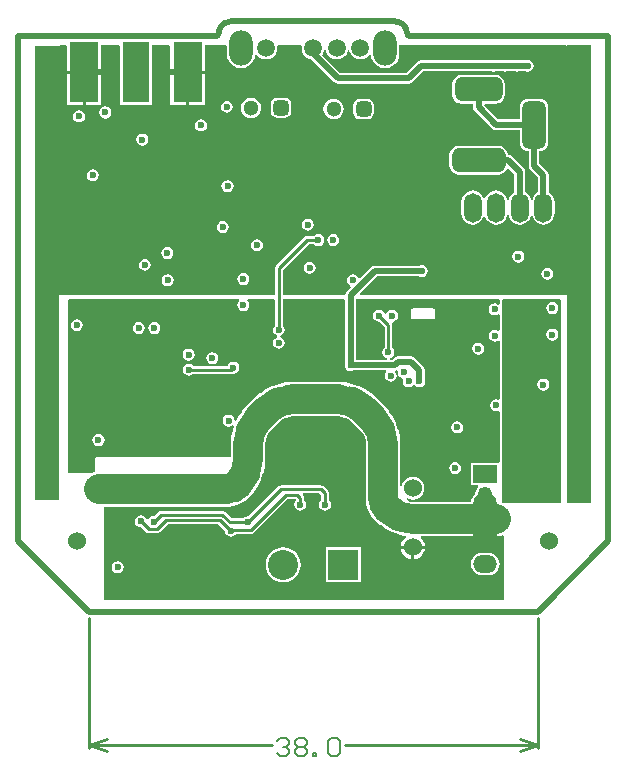
<source format=gbl>
G04*
G04 #@! TF.GenerationSoftware,Altium Limited,CircuitStudio,1.5.2 (1.5.2.30)*
G04*
G04 Layer_Physical_Order=4*
G04 Layer_Color=12500520*
%FSLAX44Y44*%
%MOMM*%
G71*
G01*
G75*
%ADD12R,2.4130X5.0800*%
%ADD33C,0.2540*%
%ADD34C,0.5000*%
%ADD36C,2.5000*%
%ADD37O,1.5000X2.5000*%
%ADD38C,1.5240*%
%ADD39C,1.3000*%
G04:AMPARAMS|DCode=40|XSize=1.3mm|YSize=1.3mm|CornerRadius=0.325mm|HoleSize=0mm|Usage=FLASHONLY|Rotation=180.000|XOffset=0mm|YOffset=0mm|HoleType=Round|Shape=RoundedRectangle|*
%AMROUNDEDRECTD40*
21,1,1.3000,0.6500,0,0,180.0*
21,1,0.6500,1.3000,0,0,180.0*
1,1,0.6500,-0.3250,0.3250*
1,1,0.6500,0.3250,0.3250*
1,1,0.6500,0.3250,-0.3250*
1,1,0.6500,-0.3250,-0.3250*
%
%ADD40ROUNDEDRECTD40*%
G04:AMPARAMS|DCode=41|XSize=2mm|YSize=4mm|CornerRadius=0.5mm|HoleSize=0mm|Usage=FLASHONLY|Rotation=90.000|XOffset=0mm|YOffset=0mm|HoleType=Round|Shape=RoundedRectangle|*
%AMROUNDEDRECTD41*
21,1,2.0000,3.0000,0,0,90.0*
21,1,1.0000,4.0000,0,0,90.0*
1,1,1.0000,1.5000,0.5000*
1,1,1.0000,1.5000,-0.5000*
1,1,1.0000,-1.5000,-0.5000*
1,1,1.0000,-1.5000,0.5000*
%
%ADD41ROUNDEDRECTD41*%
G04:AMPARAMS|DCode=42|XSize=2mm|YSize=4.5mm|CornerRadius=0.5mm|HoleSize=0mm|Usage=FLASHONLY|Rotation=270.000|XOffset=0mm|YOffset=0mm|HoleType=Round|Shape=RoundedRectangle|*
%AMROUNDEDRECTD42*
21,1,2.0000,3.5000,0,0,270.0*
21,1,1.0000,4.5000,0,0,270.0*
1,1,1.0000,-1.7500,-0.5000*
1,1,1.0000,-1.7500,0.5000*
1,1,1.0000,1.7500,0.5000*
1,1,1.0000,1.7500,-0.5000*
%
%ADD42ROUNDEDRECTD42*%
G04:AMPARAMS|DCode=43|XSize=2mm|YSize=4mm|CornerRadius=0.5mm|HoleSize=0mm|Usage=FLASHONLY|Rotation=180.000|XOffset=0mm|YOffset=0mm|HoleType=Round|Shape=RoundedRectangle|*
%AMROUNDEDRECTD43*
21,1,2.0000,3.0000,0,0,180.0*
21,1,1.0000,4.0000,0,0,180.0*
1,1,1.0000,-0.5000,1.5000*
1,1,1.0000,0.5000,1.5000*
1,1,1.0000,0.5000,-1.5000*
1,1,1.0000,-0.5000,-1.5000*
%
%ADD43ROUNDEDRECTD43*%
%ADD44C,1.5000*%
%ADD45O,2.0000X3.0000*%
%ADD46R,2.5400X2.5400*%
%ADD47C,2.5400*%
%ADD48O,2.0000X1.5000*%
%ADD49C,2.0000*%
%ADD50R,2.0000X1.5000*%
%ADD51C,0.6000*%
%ADD52C,1.2500*%
%ADD53R,2.2860X5.0800*%
%ADD54C,0.1524*%
%ADD55R,2.0000X38.7500*%
%ADD56R,2.0000X38.5000*%
G36*
X453595Y515807D02*
X453597Y515807D01*
X453600Y515807D01*
X453862Y515859D01*
X456759Y515574D01*
X459798Y514652D01*
X462598Y513156D01*
X465123Y511083D01*
X472424Y503659D01*
X472431Y503654D01*
X472436Y503647D01*
X472659Y503498D01*
X474505Y501248D01*
X476002Y498448D01*
X476924Y495410D01*
X477244Y492152D01*
X477158Y447369D01*
X477123Y447302D01*
X477093Y447004D01*
X477035Y446711D01*
X477055Y446611D01*
X477045Y446511D01*
X477531Y441570D01*
X477590Y441378D01*
X477609Y441178D01*
X479050Y436427D01*
X479145Y436250D01*
X479203Y436058D01*
X481544Y431679D01*
X481671Y431524D01*
X481766Y431347D01*
X484916Y427509D01*
X484994Y427445D01*
X485050Y427360D01*
X485209Y427254D01*
X489422Y423559D01*
X489539Y423492D01*
X489634Y423397D01*
X494338Y420253D01*
X494463Y420202D01*
X494570Y420120D01*
X499644Y417617D01*
X499774Y417583D01*
X499891Y417515D01*
X505249Y415696D01*
X505382Y415679D01*
X505506Y415628D01*
X510722Y414590D01*
X511063Y413710D01*
X511067Y413254D01*
X509754Y412246D01*
X508125Y410124D01*
X507101Y407652D01*
X506919Y406270D01*
X517000D01*
X527080D01*
X526898Y407652D01*
X525875Y410124D01*
X524246Y412246D01*
X523456Y412853D01*
X523886Y414123D01*
X586646Y414206D01*
X586722Y414169D01*
X586988Y414151D01*
X587250Y414099D01*
X587382Y414125D01*
X587516Y414117D01*
X590780Y414546D01*
X591033Y414632D01*
X591294Y414684D01*
X592944Y415367D01*
X594000Y414662D01*
X594000Y360898D01*
X593102Y360000D01*
X255000Y360000D01*
Y438961D01*
X361142D01*
X361142Y438961D01*
X361923Y439116D01*
X362584Y439558D01*
X362584Y439558D01*
X362836Y439810D01*
X364580Y439981D01*
X364772Y440040D01*
X364972Y440060D01*
X369723Y441501D01*
X369900Y441595D01*
X370092Y441654D01*
X374471Y443994D01*
X374626Y444121D01*
X374803Y444216D01*
X378641Y447366D01*
X378705Y447444D01*
X378789Y447500D01*
X378895Y447659D01*
X382590Y451872D01*
X382658Y451989D01*
X382753Y452084D01*
X385896Y456789D01*
X385948Y456913D01*
X386030Y457020D01*
X388532Y462094D01*
X388567Y462224D01*
X388634Y462341D01*
X390453Y467699D01*
X390471Y467832D01*
X390522Y467956D01*
X391626Y473506D01*
Y473641D01*
X391661Y473770D01*
X392031Y479417D01*
X392022Y479484D01*
X392035Y479550D01*
Y479550D01*
X392034Y479557D01*
X392035Y479565D01*
X391943Y492265D01*
X391891Y492516D01*
X392176Y495410D01*
X393098Y498448D01*
X394594Y501248D01*
X396667Y503773D01*
X404091Y511074D01*
X404096Y511081D01*
X404103Y511086D01*
X404252Y511309D01*
X406502Y513156D01*
X409302Y514652D01*
X412340Y515574D01*
X415597Y515895D01*
X453595Y515807D01*
D02*
G37*
G36*
X642500Y614102D02*
X642500Y442500D01*
X592500D01*
Y524511D01*
X592597Y525000D01*
X592500Y525488D01*
X592500Y614102D01*
X593398Y615000D01*
X641602D01*
X642500Y614102D01*
D02*
G37*
G36*
X647500Y829102D02*
Y618500D01*
X472647Y618500D01*
X472161Y619673D01*
X486650Y634162D01*
X522367D01*
X522549Y634040D01*
X524500Y633652D01*
X526451Y634040D01*
X528105Y635145D01*
X529210Y636799D01*
X529598Y638750D01*
X529210Y640701D01*
X528105Y642355D01*
X526451Y643460D01*
X524500Y643848D01*
X522549Y643460D01*
X522367Y643338D01*
X484749D01*
X482994Y642989D01*
X481505Y641994D01*
X472187Y632677D01*
X470842Y633127D01*
X469855Y634605D01*
X468201Y635710D01*
X466250Y636098D01*
X464299Y635710D01*
X462645Y634605D01*
X461540Y632951D01*
X461152Y631000D01*
X461540Y629049D01*
X462645Y627395D01*
X464123Y626408D01*
X464573Y625062D01*
X461005Y621494D01*
X460011Y620006D01*
X459711Y618500D01*
X407732D01*
X406834Y619398D01*
Y639619D01*
X428881Y661666D01*
X433214D01*
X433395Y661395D01*
X435049Y660290D01*
X437000Y659902D01*
X438951Y660290D01*
X440605Y661395D01*
X441710Y663049D01*
X442098Y665000D01*
X441710Y666951D01*
X440605Y668605D01*
X438951Y669710D01*
X437000Y670098D01*
X435049Y669710D01*
X433395Y668605D01*
X433214Y668334D01*
X427500D01*
X426224Y668080D01*
X425143Y667357D01*
X401143Y643357D01*
X400420Y642276D01*
X400166Y641000D01*
Y618500D01*
X217500Y618500D01*
X217500Y829102D01*
X218398Y830000D01*
X223182D01*
X224080Y829102D01*
Y808270D01*
X238685D01*
X253290D01*
Y830000D01*
X268172Y830000D01*
X269070Y829102D01*
Y779600D01*
X295930D01*
Y830000D01*
X310812D01*
X311710Y829102D01*
Y808270D01*
X326315D01*
X340920D01*
Y830000D01*
X358498D01*
X359396Y829102D01*
Y822500D01*
X359809Y819367D01*
X361018Y816448D01*
X362941Y813941D01*
X365448Y812018D01*
X368367Y810809D01*
X371500Y810396D01*
X374633Y810809D01*
X377552Y812018D01*
X380058Y813941D01*
X381982Y816448D01*
X383191Y819367D01*
X383480Y821563D01*
X384808Y821919D01*
X385724Y820724D01*
X387709Y819202D01*
X390020Y818244D01*
X392500Y817918D01*
X394980Y818244D01*
X397291Y819202D01*
X399275Y820724D01*
X400798Y822709D01*
X401755Y825020D01*
X402082Y827500D01*
X401920Y828730D01*
X403034Y830000D01*
X421966D01*
X423080Y828730D01*
X422918Y827500D01*
X423245Y825020D01*
X424202Y822709D01*
X425724Y820724D01*
X427709Y819202D01*
X430020Y818244D01*
X430880Y818131D01*
X450256Y798756D01*
X451744Y797761D01*
X453500Y797412D01*
X513500D01*
X515256Y797761D01*
X516744Y798756D01*
X525900Y807912D01*
X582867D01*
X583049Y807790D01*
X585000Y807402D01*
X586951Y807790D01*
X587133Y807912D01*
X592867D01*
X593049Y807790D01*
X595000Y807402D01*
X596951Y807790D01*
X597133Y807912D01*
X602867D01*
X603049Y807790D01*
X605000Y807402D01*
X606951Y807790D01*
X607133Y807912D01*
X611855D01*
X612038Y807790D01*
X613988Y807402D01*
X615939Y807790D01*
X617593Y808895D01*
X618698Y810549D01*
X619086Y812500D01*
X618698Y814451D01*
X617593Y816105D01*
X615939Y817210D01*
X613988Y817598D01*
X612038Y817210D01*
X611855Y817088D01*
X607133D01*
X606951Y817210D01*
X605000Y817598D01*
X603049Y817210D01*
X602867Y817088D01*
X597133D01*
X596951Y817210D01*
X595000Y817598D01*
X593049Y817210D01*
X592867Y817088D01*
X587133D01*
X586951Y817210D01*
X585000Y817598D01*
X583049Y817210D01*
X582867Y817088D01*
X524000D01*
X522244Y816739D01*
X520756Y815744D01*
X511599Y806588D01*
X455400D01*
X440139Y821850D01*
X440798Y822709D01*
X441755Y825020D01*
X441859Y825810D01*
X443140D01*
X443245Y825020D01*
X444202Y822709D01*
X445724Y820724D01*
X447709Y819202D01*
X450020Y818244D01*
X452500Y817918D01*
X454980Y818244D01*
X457291Y819202D01*
X459275Y820724D01*
X460798Y822709D01*
X461755Y825020D01*
X461860Y825810D01*
X463140D01*
X463245Y825020D01*
X464202Y822709D01*
X465724Y820724D01*
X467709Y819202D01*
X470020Y818244D01*
X472500Y817918D01*
X474980Y818244D01*
X477291Y819202D01*
X479275Y820724D01*
X480192Y821919D01*
X481520Y821563D01*
X481809Y819367D01*
X483018Y816448D01*
X484941Y813941D01*
X487448Y812018D01*
X490367Y810809D01*
X493500Y810396D01*
X496633Y810809D01*
X499552Y812018D01*
X502058Y813941D01*
X503982Y816448D01*
X505191Y819367D01*
X505603Y822500D01*
Y830000D01*
X646602Y830000D01*
X647500Y829102D01*
D02*
G37*
G36*
X590461Y614102D02*
Y610977D01*
X589191Y610299D01*
X588201Y610960D01*
X586250Y611348D01*
X584299Y610960D01*
X582645Y609855D01*
X581540Y608201D01*
X581152Y606250D01*
X581540Y604299D01*
X582645Y602645D01*
X584299Y601540D01*
X586250Y601152D01*
X588201Y601540D01*
X589191Y602201D01*
X590461Y601523D01*
Y588894D01*
X589191Y588215D01*
X588451Y588710D01*
X586500Y589098D01*
X584549Y588710D01*
X582895Y587605D01*
X581790Y585951D01*
X581402Y584000D01*
X581790Y582049D01*
X582895Y580395D01*
X584549Y579290D01*
X586500Y578902D01*
X588451Y579290D01*
X589191Y579784D01*
X590461Y579106D01*
X590461Y530445D01*
X589191Y529761D01*
X587499Y530098D01*
X585548Y529710D01*
X583894Y528605D01*
X582789Y526951D01*
X582401Y525000D01*
X582789Y523049D01*
X583894Y521395D01*
X585548Y520290D01*
X587499Y519902D01*
X589191Y520238D01*
X590461Y519554D01*
Y477533D01*
X590250Y476350D01*
X566250D01*
Y457350D01*
X571977D01*
X572258Y456080D01*
X571044Y454497D01*
X570212Y452490D01*
X569929Y450336D01*
X569946Y450204D01*
X569691Y450009D01*
X567768Y447502D01*
X566559Y444583D01*
X566399Y443369D01*
X517097Y443293D01*
X516837Y443241D01*
X513940Y443526D01*
X513270Y443729D01*
X511423Y445577D01*
X512148Y446597D01*
X514488Y445628D01*
X517000Y445297D01*
X519511Y445628D01*
X521851Y446597D01*
X523861Y448139D01*
X525403Y450149D01*
X526372Y452489D01*
X526703Y455000D01*
X526372Y457511D01*
X525403Y459851D01*
X523861Y461861D01*
X521851Y463403D01*
X519511Y464372D01*
X517000Y464703D01*
X514488Y464372D01*
X512148Y463403D01*
X510139Y461861D01*
X508597Y459851D01*
X507627Y457511D01*
X507500Y456544D01*
X506230Y456628D01*
X506243Y491712D01*
X506271Y491924D01*
X506335Y492250D01*
Y492250D01*
X506322Y492316D01*
X506331Y492383D01*
X505961Y498030D01*
X505926Y498159D01*
Y498294D01*
X504822Y503843D01*
X504771Y503968D01*
X504753Y504101D01*
X502934Y509459D01*
X502867Y509576D01*
X502832Y509706D01*
X500330Y514780D01*
X500248Y514887D01*
X500196Y515011D01*
X497053Y519716D01*
X496958Y519811D01*
X496890Y519928D01*
X493160Y524182D01*
X493099Y524228D01*
X493056Y524292D01*
X485922Y531301D01*
X485814Y531442D01*
X485629Y531719D01*
X485573Y531756D01*
X485532Y531810D01*
X481278Y535541D01*
X481161Y535608D01*
X481066Y535703D01*
X476361Y538847D01*
X476237Y538898D01*
X476130Y538980D01*
X471055Y541483D01*
X470925Y541517D01*
X470809Y541585D01*
X465451Y543403D01*
X465318Y543421D01*
X465193Y543472D01*
X459644Y544576D01*
X459509D01*
X459379Y544611D01*
X453733Y544981D01*
X453666Y544972D01*
X453600Y544986D01*
X453600D01*
X453597Y544985D01*
X453595Y544986D01*
X416027Y544894D01*
X415826Y544921D01*
X415500Y544986D01*
X415500D01*
X415434Y544972D01*
X415367Y544981D01*
X409720Y544611D01*
X409590Y544576D01*
X409456D01*
X403906Y543472D01*
X403782Y543421D01*
X403649Y543403D01*
X398291Y541585D01*
X398174Y541517D01*
X398044Y541483D01*
X392970Y538980D01*
X392863Y538898D01*
X392738Y538847D01*
X388034Y535703D01*
X387939Y535608D01*
X387822Y535541D01*
X383568Y531810D01*
X383521Y531749D01*
X383458Y531706D01*
X376449Y524572D01*
X376308Y524464D01*
X376031Y524279D01*
X375994Y524223D01*
X375940Y524182D01*
X372209Y519928D01*
X372142Y519811D01*
X372047Y519716D01*
X368903Y515011D01*
X368852Y514887D01*
X368770Y514780D01*
X367324Y511849D01*
X366560Y511943D01*
X366065Y512166D01*
X365710Y513951D01*
X364604Y515605D01*
X362951Y516710D01*
X361000Y517098D01*
X359049Y516710D01*
X357395Y515605D01*
X356290Y513951D01*
X355902Y512000D01*
X356290Y510049D01*
X357395Y508395D01*
X359049Y507290D01*
X361000Y506902D01*
X362951Y507290D01*
X364421Y508273D01*
X365118Y507961D01*
X365536Y507607D01*
X364346Y504101D01*
X364329Y503968D01*
X364277Y503843D01*
X363173Y498294D01*
Y498159D01*
X363139Y498030D01*
X362769Y492383D01*
X362777Y492316D01*
X362764Y492250D01*
Y492250D01*
X362766Y492243D01*
X362764Y492235D01*
X362835Y482491D01*
X361941Y481589D01*
X250000D01*
X249219Y481434D01*
X248558Y480992D01*
X248116Y480330D01*
X247961Y479550D01*
Y468418D01*
X247469Y468354D01*
X247217Y468268D01*
X246955Y468216D01*
X245227Y467500D01*
X225898D01*
X225000Y468398D01*
X225000Y614102D01*
X225898Y615000D01*
X369697Y615000D01*
X370083Y613730D01*
X369895Y613605D01*
X368790Y611951D01*
X368402Y610000D01*
X368790Y608049D01*
X369895Y606395D01*
X371549Y605290D01*
X373500Y604902D01*
X375451Y605290D01*
X377105Y606395D01*
X378210Y608049D01*
X378598Y610000D01*
X378210Y611951D01*
X377105Y613605D01*
X376917Y613730D01*
X377303Y615000D01*
X399268D01*
X400166Y614102D01*
Y592786D01*
X399895Y592605D01*
X398790Y590951D01*
X398402Y589000D01*
X398790Y587049D01*
X399895Y585395D01*
X401549Y584290D01*
X402266Y584147D01*
Y582853D01*
X401549Y582710D01*
X399895Y581605D01*
X398790Y579951D01*
X398402Y578000D01*
X398790Y576049D01*
X399895Y574395D01*
X401549Y573290D01*
X403500Y572902D01*
X405451Y573290D01*
X407105Y574395D01*
X408210Y576049D01*
X408598Y578000D01*
X408210Y579951D01*
X407105Y581605D01*
X405451Y582710D01*
X404734Y582853D01*
Y584147D01*
X405451Y584290D01*
X407105Y585395D01*
X408210Y587049D01*
X408598Y589000D01*
X408210Y590951D01*
X407105Y592605D01*
X406834Y592786D01*
Y615000D01*
X458764D01*
X459662Y614102D01*
Y561383D01*
X459540Y561201D01*
X459152Y559250D01*
X459540Y557299D01*
X460645Y555645D01*
X462299Y554540D01*
X464250Y554152D01*
X466201Y554540D01*
X466383Y554662D01*
X494115D01*
X494503Y553392D01*
X493540Y551951D01*
X493152Y550000D01*
X493540Y548049D01*
X494645Y546395D01*
X496299Y545290D01*
X498250Y544902D01*
X500201Y545290D01*
X501855Y546395D01*
X502960Y548049D01*
X503348Y550000D01*
X502960Y551951D01*
X501969Y553434D01*
X502115Y554239D01*
X502264Y554603D01*
X503519Y554936D01*
X504541Y554254D01*
X504302Y553052D01*
X504690Y551101D01*
X505795Y549447D01*
X507449Y548342D01*
X507856Y548261D01*
X508518Y547091D01*
X508152Y545250D01*
X508540Y543299D01*
X509645Y541645D01*
X511299Y540540D01*
X513250Y540152D01*
X515201Y540540D01*
X516855Y541645D01*
X517240Y542222D01*
X518510D01*
X518895Y541645D01*
X520549Y540540D01*
X522500Y540152D01*
X524451Y540540D01*
X526105Y541645D01*
X527210Y543299D01*
X527598Y545250D01*
X527210Y547201D01*
X527088Y547383D01*
Y555000D01*
X526739Y556756D01*
X525744Y558245D01*
X518744Y565244D01*
X517256Y566239D01*
X515500Y566588D01*
X504383D01*
X502627Y566239D01*
X501138Y565244D01*
X499732Y563838D01*
X497411D01*
X497285Y565108D01*
X498201Y565290D01*
X499855Y566395D01*
X500960Y568049D01*
X501348Y570000D01*
X500960Y571951D01*
X499855Y573605D01*
X499584Y573786D01*
Y593000D01*
X499330Y594276D01*
X499067Y594669D01*
X499104Y594918D01*
X499710Y595994D01*
X501201Y596290D01*
X502855Y597395D01*
X503960Y599049D01*
X504348Y601000D01*
X503960Y602951D01*
X502855Y604605D01*
X501201Y605710D01*
X499250Y606098D01*
X497299Y605710D01*
X495645Y604605D01*
X494540Y602951D01*
X494397Y602234D01*
X493102D01*
X492960Y602951D01*
X491855Y604605D01*
X490201Y605710D01*
X488250Y606098D01*
X486299Y605710D01*
X484645Y604605D01*
X483540Y602951D01*
X483152Y601000D01*
X483540Y599049D01*
X484645Y597395D01*
X486299Y596290D01*
X488250Y595902D01*
X488569Y595966D01*
X492916Y591619D01*
Y573786D01*
X492645Y573605D01*
X491540Y571951D01*
X491152Y570000D01*
X491540Y568049D01*
X492645Y566395D01*
X494299Y565290D01*
X495214Y565108D01*
X495089Y563838D01*
X468838D01*
Y615000D01*
X589344Y615000D01*
X590461Y614102D01*
D02*
G37*
%LPC*%
G36*
X572250Y578098D02*
X570299Y577710D01*
X568645Y576605D01*
X567540Y574951D01*
X567152Y573000D01*
X567540Y571049D01*
X568645Y569395D01*
X570299Y568290D01*
X572250Y567902D01*
X574201Y568290D01*
X575855Y569395D01*
X576960Y571049D01*
X577348Y573000D01*
X576960Y574951D01*
X575855Y576605D01*
X574201Y577710D01*
X572250Y578098D01*
D02*
G37*
G36*
X365000Y562098D02*
X363049Y561710D01*
X361395Y560605D01*
X360290Y558951D01*
X360217Y558584D01*
X331035D01*
X330854Y558855D01*
X329201Y559960D01*
X327250Y560348D01*
X325299Y559960D01*
X323645Y558855D01*
X322540Y557201D01*
X322152Y555250D01*
X322540Y553299D01*
X323645Y551645D01*
X325299Y550540D01*
X327250Y550152D01*
X329201Y550540D01*
X330854Y551645D01*
X331035Y551916D01*
X363250D01*
X364090Y552083D01*
X365000Y551902D01*
X366951Y552290D01*
X368605Y553395D01*
X369710Y555049D01*
X370098Y557000D01*
X369710Y558951D01*
X368605Y560605D01*
X366951Y561710D01*
X365000Y562098D01*
D02*
G37*
G36*
X347250Y570098D02*
X345299Y569710D01*
X343645Y568605D01*
X342540Y566951D01*
X342152Y565000D01*
X342540Y563049D01*
X343645Y561395D01*
X345299Y560290D01*
X347250Y559902D01*
X349201Y560290D01*
X350854Y561395D01*
X351960Y563049D01*
X352348Y565000D01*
X351960Y566951D01*
X350854Y568605D01*
X349201Y569710D01*
X347250Y570098D01*
D02*
G37*
G36*
X327000Y573098D02*
X325049Y572710D01*
X323395Y571605D01*
X322290Y569951D01*
X321902Y568000D01*
X322290Y566049D01*
X323395Y564395D01*
X325049Y563290D01*
X327000Y562902D01*
X328951Y563290D01*
X330605Y564395D01*
X331710Y566049D01*
X332098Y568000D01*
X331710Y569951D01*
X330605Y571605D01*
X328951Y572710D01*
X327000Y573098D01*
D02*
G37*
G36*
X534000Y607039D02*
X517000D01*
X516219Y606884D01*
X515558Y606442D01*
X515116Y605780D01*
X514961Y605000D01*
Y600000D01*
X515116Y599220D01*
X515558Y598558D01*
X516219Y598116D01*
X517000Y597961D01*
X534000D01*
X534780Y598116D01*
X535442Y598558D01*
X535884Y599220D01*
X536039Y600000D01*
Y605000D01*
X535884Y605780D01*
X535442Y606442D01*
X534780Y606884D01*
X534000Y607039D01*
D02*
G37*
G36*
X635000Y612598D02*
X633049Y612210D01*
X631395Y611105D01*
X630290Y609451D01*
X629902Y607500D01*
X630290Y605549D01*
X631395Y603895D01*
X633049Y602790D01*
X635000Y602402D01*
X636951Y602790D01*
X638605Y603895D01*
X639710Y605549D01*
X640098Y607500D01*
X639710Y609451D01*
X638605Y611105D01*
X636951Y612210D01*
X635000Y612598D01*
D02*
G37*
G36*
X309382Y636098D02*
X307431Y635710D01*
X305777Y634605D01*
X304672Y632951D01*
X304284Y631000D01*
X304672Y629049D01*
X305777Y627395D01*
X307431Y626290D01*
X309382Y625902D01*
X311333Y626290D01*
X312987Y627395D01*
X314092Y629049D01*
X314480Y631000D01*
X314092Y632951D01*
X312987Y634605D01*
X311333Y635710D01*
X309382Y636098D01*
D02*
G37*
G36*
X232500Y598098D02*
X230549Y597710D01*
X228895Y596605D01*
X227790Y594951D01*
X227402Y593000D01*
X227790Y591049D01*
X228895Y589395D01*
X230549Y588290D01*
X232500Y587902D01*
X234451Y588290D01*
X236105Y589395D01*
X237210Y591049D01*
X237598Y593000D01*
X237210Y594951D01*
X236105Y596605D01*
X234451Y597710D01*
X232500Y598098D01*
D02*
G37*
G36*
X635000Y590098D02*
X633049Y589710D01*
X631395Y588605D01*
X630290Y586951D01*
X629902Y585000D01*
X630290Y583049D01*
X631395Y581395D01*
X633049Y580290D01*
X635000Y579902D01*
X636951Y580290D01*
X638605Y581395D01*
X639710Y583049D01*
X640098Y585000D01*
X639710Y586951D01*
X638605Y588605D01*
X636951Y589710D01*
X635000Y590098D01*
D02*
G37*
G36*
X298001Y595597D02*
X296050Y595209D01*
X294396Y594104D01*
X293291Y592450D01*
X292903Y590499D01*
X293291Y588549D01*
X294396Y586895D01*
X296050Y585790D01*
X298001Y585401D01*
X299952Y585790D01*
X301606Y586895D01*
X302711Y588549D01*
X303099Y590499D01*
X302711Y592450D01*
X301606Y594104D01*
X299952Y595209D01*
X298001Y595597D01*
D02*
G37*
G36*
X284875Y595598D02*
X282924Y595210D01*
X281270Y594104D01*
X280165Y592451D01*
X279777Y590500D01*
X280165Y588549D01*
X281270Y586895D01*
X282924Y585790D01*
X284875Y585402D01*
X286826Y585790D01*
X288480Y586895D01*
X289585Y588549D01*
X289973Y590500D01*
X289585Y592451D01*
X288480Y594104D01*
X286826Y595210D01*
X284875Y595598D01*
D02*
G37*
G36*
X267000Y393098D02*
X265049Y392710D01*
X263395Y391605D01*
X262290Y389951D01*
X261902Y388000D01*
X262290Y386049D01*
X263395Y384395D01*
X265049Y383290D01*
X267000Y382902D01*
X268951Y383290D01*
X270604Y384395D01*
X271710Y386049D01*
X272098Y388000D01*
X271710Y389951D01*
X270604Y391605D01*
X268951Y392710D01*
X267000Y393098D01*
D02*
G37*
G36*
X527080Y403730D02*
X518270D01*
Y394920D01*
X519652Y395102D01*
X522124Y396125D01*
X524246Y397754D01*
X525875Y399876D01*
X526898Y402348D01*
X527080Y403730D01*
D02*
G37*
G36*
X580750Y400232D02*
X575750D01*
X573270Y399905D01*
X570959Y398948D01*
X568974Y397425D01*
X567452Y395441D01*
X566494Y393130D01*
X566168Y390650D01*
X566494Y388170D01*
X567452Y385859D01*
X568974Y383875D01*
X570959Y382352D01*
X573270Y381395D01*
X575750Y381068D01*
X580750D01*
X583230Y381395D01*
X585541Y382352D01*
X587525Y383875D01*
X589048Y385859D01*
X590005Y388170D01*
X590332Y390650D01*
X590005Y393130D01*
X589048Y395441D01*
X587525Y397425D01*
X585541Y398948D01*
X583230Y399905D01*
X580750Y400232D01*
D02*
G37*
G36*
X407100Y404827D02*
X403262Y404322D01*
X399687Y402840D01*
X396616Y400484D01*
X394259Y397413D01*
X392778Y393837D01*
X392273Y390000D01*
X392778Y386162D01*
X394259Y382587D01*
X396616Y379516D01*
X399687Y377160D01*
X403262Y375678D01*
X407100Y375173D01*
X410937Y375678D01*
X414513Y377160D01*
X417584Y379516D01*
X419940Y382587D01*
X421422Y386162D01*
X421927Y390000D01*
X421422Y393837D01*
X419940Y397413D01*
X417584Y400484D01*
X414513Y402840D01*
X410937Y404322D01*
X407100Y404827D01*
D02*
G37*
G36*
X472600Y404700D02*
X443200D01*
Y375300D01*
X472600D01*
Y404700D01*
D02*
G37*
G36*
X515730Y403730D02*
X506919D01*
X507101Y402348D01*
X508125Y399876D01*
X509754Y397754D01*
X511876Y396125D01*
X514348Y395102D01*
X515730Y394920D01*
Y403730D01*
D02*
G37*
G36*
X554500Y511598D02*
X552549Y511210D01*
X550895Y510105D01*
X549790Y508451D01*
X549402Y506500D01*
X549790Y504549D01*
X550895Y502895D01*
X552549Y501790D01*
X554500Y501402D01*
X556451Y501790D01*
X558105Y502895D01*
X559210Y504549D01*
X559598Y506500D01*
X559210Y508451D01*
X558105Y510105D01*
X556451Y511210D01*
X554500Y511598D01*
D02*
G37*
G36*
X627500Y547598D02*
X625549Y547210D01*
X623895Y546105D01*
X622790Y544451D01*
X622402Y542500D01*
X622790Y540549D01*
X623895Y538895D01*
X625549Y537790D01*
X627500Y537402D01*
X629451Y537790D01*
X631105Y538895D01*
X632210Y540549D01*
X632598Y542500D01*
X632210Y544451D01*
X631105Y546105D01*
X629451Y547210D01*
X627500Y547598D01*
D02*
G37*
G36*
X250750Y500848D02*
X248799Y500460D01*
X247145Y499355D01*
X246040Y497701D01*
X245652Y495750D01*
X246040Y493799D01*
X247145Y492145D01*
X248799Y491040D01*
X250750Y490652D01*
X252701Y491040D01*
X254355Y492145D01*
X255460Y493799D01*
X255848Y495750D01*
X255460Y497701D01*
X254355Y499355D01*
X252701Y500460D01*
X250750Y500848D01*
D02*
G37*
G36*
X439000Y457334D02*
X405500D01*
X404224Y457080D01*
X403142Y456357D01*
X377736Y430951D01*
X376999Y431098D01*
X375048Y430710D01*
X373395Y429605D01*
X373214Y429334D01*
X363381D01*
X357798Y434917D01*
X356716Y435640D01*
X355440Y435894D01*
X303810D01*
X302534Y435640D01*
X301453Y434917D01*
X297819Y431284D01*
X297500Y431348D01*
X295549Y430960D01*
X293895Y429855D01*
X292840Y428275D01*
X292524Y428235D01*
X291527Y428362D01*
X291460Y428701D01*
X290355Y430355D01*
X288701Y431460D01*
X286750Y431848D01*
X284799Y431460D01*
X283145Y430355D01*
X282040Y428701D01*
X281652Y426750D01*
X282040Y424799D01*
X283145Y423145D01*
X284799Y422040D01*
X286750Y421652D01*
X287069Y421716D01*
X291162Y417622D01*
X292244Y416900D01*
X293520Y416646D01*
X300097D01*
X301373Y416900D01*
X302455Y417622D01*
X309518Y424686D01*
X351849D01*
X357993Y418542D01*
X358290Y417049D01*
X359395Y415395D01*
X361049Y414290D01*
X363000Y413902D01*
X364951Y414290D01*
X366604Y415395D01*
X367146Y416206D01*
X379540D01*
X380816Y416460D01*
X381897Y417183D01*
X410841Y446126D01*
X417659D01*
X417863Y445922D01*
X417895Y444605D01*
X416790Y442951D01*
X416402Y441000D01*
X416790Y439049D01*
X417895Y437395D01*
X419549Y436290D01*
X421500Y435902D01*
X423451Y436290D01*
X425105Y437395D01*
X426210Y439049D01*
X426598Y441000D01*
X426210Y442951D01*
X425105Y444605D01*
X424834Y444786D01*
Y447000D01*
X424580Y448276D01*
X423857Y449357D01*
X423722Y449493D01*
X424208Y450666D01*
X437619D01*
X439166Y449119D01*
Y444786D01*
X438895Y444605D01*
X437790Y442951D01*
X437402Y441000D01*
X437790Y439049D01*
X438895Y437395D01*
X440549Y436290D01*
X442500Y435902D01*
X444451Y436290D01*
X446105Y437395D01*
X447210Y439049D01*
X447598Y441000D01*
X447210Y442951D01*
X446105Y444605D01*
X445834Y444786D01*
Y450500D01*
X445580Y451776D01*
X444857Y452857D01*
X441357Y456357D01*
X440276Y457080D01*
X439000Y457334D01*
D02*
G37*
G36*
X552750Y477098D02*
X550799Y476710D01*
X549145Y475605D01*
X548040Y473951D01*
X547652Y472000D01*
X548040Y470049D01*
X549145Y468395D01*
X550799Y467290D01*
X552750Y466902D01*
X554701Y467290D01*
X556354Y468395D01*
X557460Y470049D01*
X557848Y472000D01*
X557460Y473951D01*
X556354Y475605D01*
X554701Y476710D01*
X552750Y477098D01*
D02*
G37*
G36*
X373500Y637098D02*
X371549Y636710D01*
X369895Y635605D01*
X368790Y633951D01*
X368402Y632000D01*
X368790Y630049D01*
X369895Y628395D01*
X371549Y627290D01*
X373500Y626902D01*
X375451Y627290D01*
X377105Y628395D01*
X378210Y630049D01*
X378598Y632000D01*
X378210Y633951D01*
X377105Y635605D01*
X375451Y636710D01*
X373500Y637098D01*
D02*
G37*
G36*
X449800Y784573D02*
X447581Y784281D01*
X445513Y783425D01*
X443738Y782062D01*
X442375Y780287D01*
X441519Y778219D01*
X441227Y776000D01*
X441519Y773781D01*
X442375Y771713D01*
X443738Y769938D01*
X445513Y768575D01*
X447581Y767719D01*
X449800Y767427D01*
X452019Y767719D01*
X454087Y768575D01*
X455862Y769938D01*
X457225Y771713D01*
X458081Y773781D01*
X458373Y776000D01*
X458081Y778219D01*
X457225Y780287D01*
X455862Y782062D01*
X454087Y783425D01*
X452019Y784281D01*
X449800Y784573D01*
D02*
G37*
G36*
X256500Y778098D02*
X254549Y777710D01*
X252895Y776605D01*
X251790Y774951D01*
X251402Y773000D01*
X251790Y771049D01*
X252895Y769395D01*
X254549Y768290D01*
X256500Y767902D01*
X258451Y768290D01*
X260105Y769395D01*
X261210Y771049D01*
X261598Y773000D01*
X261210Y774951D01*
X260105Y776605D01*
X258451Y777710D01*
X256500Y778098D01*
D02*
G37*
G36*
X408450Y785603D02*
X401950D01*
X399902Y785195D01*
X398165Y784035D01*
X397005Y782298D01*
X396597Y780250D01*
Y773750D01*
X397005Y771702D01*
X398165Y769965D01*
X399902Y768805D01*
X401950Y768397D01*
X408450D01*
X410498Y768805D01*
X412235Y769965D01*
X413395Y771702D01*
X413803Y773750D01*
Y780250D01*
X413395Y782298D01*
X412235Y784035D01*
X410498Y785195D01*
X408450Y785603D01*
D02*
G37*
G36*
X337500Y767098D02*
X335549Y766710D01*
X333895Y765605D01*
X332790Y763951D01*
X332402Y762000D01*
X332790Y760049D01*
X333895Y758395D01*
X335549Y757290D01*
X337500Y756902D01*
X339451Y757290D01*
X341105Y758395D01*
X342210Y760049D01*
X342598Y762000D01*
X342210Y763951D01*
X341105Y765605D01*
X339451Y766710D01*
X337500Y767098D01*
D02*
G37*
G36*
X234250Y774849D02*
X232299Y774461D01*
X230645Y773356D01*
X229540Y771702D01*
X229152Y769751D01*
X229540Y767800D01*
X230645Y766146D01*
X232299Y765041D01*
X234250Y764653D01*
X236201Y765041D01*
X237855Y766146D01*
X238960Y767800D01*
X239348Y769751D01*
X238960Y771702D01*
X237855Y773356D01*
X236201Y774461D01*
X234250Y774849D01*
D02*
G37*
G36*
X478450Y784603D02*
X471950D01*
X469902Y784195D01*
X468165Y783035D01*
X467005Y781298D01*
X466597Y779250D01*
Y772750D01*
X467005Y770702D01*
X468165Y768965D01*
X469902Y767805D01*
X471950Y767397D01*
X478450D01*
X480498Y767805D01*
X482235Y768965D01*
X483395Y770702D01*
X483803Y772750D01*
Y779250D01*
X483395Y781298D01*
X482235Y783035D01*
X480498Y784195D01*
X478450Y784603D01*
D02*
G37*
G36*
X253290Y805730D02*
X239955D01*
Y779060D01*
X253290D01*
Y805730D01*
D02*
G37*
G36*
X325045D02*
X311710D01*
Y779060D01*
X325045D01*
Y805730D01*
D02*
G37*
G36*
X340920D02*
X327585D01*
Y779060D01*
X340920D01*
Y805730D01*
D02*
G37*
G36*
X379800Y785573D02*
X377581Y785281D01*
X375513Y784425D01*
X373738Y783062D01*
X372375Y781287D01*
X371519Y779219D01*
X371227Y777000D01*
X371519Y774781D01*
X372375Y772713D01*
X373738Y770938D01*
X375513Y769575D01*
X377581Y768719D01*
X379800Y768427D01*
X382019Y768719D01*
X384087Y769575D01*
X385862Y770938D01*
X387225Y772713D01*
X388081Y774781D01*
X388373Y777000D01*
X388081Y779219D01*
X387225Y781287D01*
X385862Y783062D01*
X384087Y784425D01*
X382019Y785281D01*
X379800Y785573D01*
D02*
G37*
G36*
X359500Y782813D02*
X357549Y782425D01*
X355895Y781320D01*
X354790Y779666D01*
X354402Y777715D01*
X354790Y775764D01*
X355895Y774110D01*
X357549Y773005D01*
X359500Y772617D01*
X361451Y773005D01*
X363105Y774110D01*
X364210Y775764D01*
X364598Y777715D01*
X364210Y779666D01*
X363105Y781320D01*
X361451Y782425D01*
X359500Y782813D01*
D02*
G37*
G36*
X237415Y805730D02*
X224080D01*
Y779060D01*
X237415D01*
Y805730D01*
D02*
G37*
G36*
X288000Y755098D02*
X286049Y754710D01*
X284395Y753605D01*
X283290Y751951D01*
X282902Y750000D01*
X283290Y748049D01*
X284395Y746395D01*
X286049Y745290D01*
X288000Y744902D01*
X289951Y745290D01*
X291605Y746395D01*
X292710Y748049D01*
X293098Y750000D01*
X292710Y751951D01*
X291605Y753605D01*
X289951Y754710D01*
X288000Y755098D01*
D02*
G37*
G36*
X606266Y656081D02*
X604315Y655693D01*
X602661Y654588D01*
X601556Y652934D01*
X601168Y650983D01*
X601556Y649032D01*
X602661Y647378D01*
X604315Y646273D01*
X606266Y645885D01*
X608217Y646273D01*
X609871Y647378D01*
X610976Y649032D01*
X611364Y650983D01*
X610976Y652934D01*
X609871Y654588D01*
X608217Y655693D01*
X606266Y656081D01*
D02*
G37*
G36*
X309000Y659098D02*
X307049Y658710D01*
X305395Y657605D01*
X304290Y655951D01*
X303902Y654000D01*
X304290Y652049D01*
X305395Y650395D01*
X307049Y649290D01*
X309000Y648902D01*
X310951Y649290D01*
X312605Y650395D01*
X313710Y652049D01*
X314098Y654000D01*
X313710Y655951D01*
X312605Y657605D01*
X310951Y658710D01*
X309000Y659098D01*
D02*
G37*
G36*
X384951Y665808D02*
X383000Y665420D01*
X381346Y664315D01*
X380241Y662661D01*
X379853Y660710D01*
X380241Y658759D01*
X381346Y657105D01*
X383000Y656000D01*
X384951Y655612D01*
X386902Y656000D01*
X388555Y657105D01*
X389660Y658759D01*
X390049Y660710D01*
X389660Y662661D01*
X388555Y664315D01*
X386902Y665420D01*
X384951Y665808D01*
D02*
G37*
G36*
X630750Y641493D02*
X628799Y641105D01*
X627145Y640000D01*
X626040Y638346D01*
X625652Y636395D01*
X626040Y634444D01*
X627145Y632790D01*
X628799Y631685D01*
X630750Y631297D01*
X632701Y631685D01*
X634355Y632790D01*
X635460Y634444D01*
X635848Y636395D01*
X635460Y638346D01*
X634355Y640000D01*
X632701Y641105D01*
X630750Y641493D01*
D02*
G37*
G36*
X429500Y646598D02*
X427549Y646210D01*
X425895Y645105D01*
X424790Y643451D01*
X424402Y641500D01*
X424790Y639549D01*
X425895Y637895D01*
X427549Y636790D01*
X429500Y636402D01*
X431451Y636790D01*
X433105Y637895D01*
X434210Y639549D01*
X434598Y641500D01*
X434210Y643451D01*
X433105Y645105D01*
X431451Y646210D01*
X429500Y646598D01*
D02*
G37*
G36*
X290000Y649098D02*
X288049Y648710D01*
X286395Y647605D01*
X285290Y645951D01*
X284902Y644000D01*
X285290Y642049D01*
X286395Y640395D01*
X288049Y639290D01*
X290000Y638902D01*
X291951Y639290D01*
X293605Y640395D01*
X294710Y642049D01*
X295098Y644000D01*
X294710Y645951D01*
X293605Y647605D01*
X291951Y648710D01*
X290000Y649098D01*
D02*
G37*
G36*
X587500Y804560D02*
X557500D01*
X555673Y804320D01*
X553970Y803615D01*
X552508Y802493D01*
X551385Y801030D01*
X550680Y799327D01*
X550439Y797500D01*
Y787500D01*
X550680Y785673D01*
X551385Y783970D01*
X552508Y782508D01*
X553970Y781385D01*
X555673Y780680D01*
X557500Y780440D01*
X567912D01*
Y777500D01*
X568261Y775744D01*
X569256Y774256D01*
X584255Y759256D01*
X585744Y758261D01*
X587500Y757912D01*
X607439D01*
Y747500D01*
X607680Y745673D01*
X608385Y743970D01*
X609507Y742508D01*
X610970Y741386D01*
X612673Y740680D01*
X614500Y740440D01*
X614912D01*
Y728000D01*
X615261Y726244D01*
X616256Y724755D01*
X622912Y718099D01*
Y705882D01*
X622709Y705798D01*
X620724Y704275D01*
X619202Y702291D01*
X618245Y699980D01*
X618140Y699189D01*
X616859D01*
X616755Y699980D01*
X615798Y702291D01*
X614275Y704275D01*
X612291Y705798D01*
X612088Y705882D01*
Y722500D01*
X611739Y724256D01*
X610744Y725744D01*
X600744Y735744D01*
X599256Y736739D01*
X597500Y737088D01*
X597060D01*
Y737500D01*
X596820Y739327D01*
X596114Y741030D01*
X594992Y742493D01*
X593530Y743615D01*
X591827Y744320D01*
X590000Y744560D01*
X555000D01*
X553173Y744320D01*
X551470Y743615D01*
X550008Y742493D01*
X548885Y741030D01*
X548180Y739327D01*
X547939Y737500D01*
Y727500D01*
X548180Y725673D01*
X548885Y723970D01*
X550008Y722507D01*
X551470Y721385D01*
X553173Y720680D01*
X555000Y720440D01*
X590000D01*
X591827Y720680D01*
X593530Y721385D01*
X594992Y722507D01*
X596114Y723970D01*
X596592Y725123D01*
X597993Y725518D01*
X602912Y720599D01*
Y705882D01*
X602709Y705798D01*
X600724Y704275D01*
X599202Y702291D01*
X598245Y699980D01*
X598140Y699189D01*
X596859D01*
X596755Y699980D01*
X595798Y702291D01*
X594275Y704275D01*
X592291Y705798D01*
X589980Y706755D01*
X587500Y707082D01*
X585020Y706755D01*
X582709Y705798D01*
X580724Y704275D01*
X579202Y702291D01*
X578245Y699980D01*
X578140Y699189D01*
X576859D01*
X576755Y699980D01*
X575798Y702291D01*
X574275Y704275D01*
X572291Y705798D01*
X569980Y706755D01*
X567500Y707082D01*
X565020Y706755D01*
X562709Y705798D01*
X560724Y704275D01*
X559202Y702291D01*
X558245Y699980D01*
X557918Y697500D01*
Y687500D01*
X558245Y685020D01*
X559202Y682709D01*
X560724Y680724D01*
X562709Y679202D01*
X565020Y678244D01*
X567500Y677918D01*
X569980Y678244D01*
X572291Y679202D01*
X574275Y680724D01*
X575798Y682709D01*
X576755Y685020D01*
X576859Y685810D01*
X578140D01*
X578245Y685020D01*
X579202Y682709D01*
X580724Y680724D01*
X582709Y679202D01*
X585020Y678244D01*
X587500Y677918D01*
X589980Y678244D01*
X592291Y679202D01*
X594275Y680724D01*
X595798Y682709D01*
X596755Y685020D01*
X596859Y685810D01*
X598140D01*
X598245Y685020D01*
X599202Y682709D01*
X600724Y680724D01*
X602709Y679202D01*
X605020Y678244D01*
X607500Y677918D01*
X609980Y678244D01*
X612291Y679202D01*
X614275Y680724D01*
X615798Y682709D01*
X616755Y685020D01*
X616859Y685810D01*
X618140D01*
X618245Y685020D01*
X619202Y682709D01*
X620724Y680724D01*
X622709Y679202D01*
X625020Y678244D01*
X627500Y677918D01*
X629980Y678244D01*
X632291Y679202D01*
X634275Y680724D01*
X635798Y682709D01*
X636755Y685020D01*
X637082Y687500D01*
Y697500D01*
X636755Y699980D01*
X635798Y702291D01*
X634275Y704275D01*
X632291Y705798D01*
X632088Y705882D01*
Y720000D01*
X631739Y721756D01*
X630744Y723244D01*
X624088Y729900D01*
Y740440D01*
X624500D01*
X626327Y740680D01*
X628030Y741386D01*
X629492Y742508D01*
X630614Y743970D01*
X631320Y745673D01*
X631560Y747500D01*
Y777500D01*
X631320Y779327D01*
X630614Y781030D01*
X629492Y782493D01*
X628030Y783615D01*
X626327Y784320D01*
X624500Y784560D01*
X614500D01*
X612673Y784320D01*
X610970Y783615D01*
X609507Y782493D01*
X608385Y781030D01*
X607680Y779327D01*
X607439Y777500D01*
Y767088D01*
X589400D01*
X577319Y779170D01*
X577645Y780440D01*
X587500D01*
X589327Y780680D01*
X591030Y781385D01*
X592492Y782508D01*
X593614Y783970D01*
X594320Y785673D01*
X594560Y787500D01*
Y797500D01*
X594320Y799327D01*
X593614Y801030D01*
X592492Y802493D01*
X591030Y803615D01*
X589327Y804320D01*
X587500Y804560D01*
D02*
G37*
G36*
X360000Y715696D02*
X358049Y715308D01*
X356395Y714203D01*
X355290Y712549D01*
X354902Y710598D01*
X355290Y708647D01*
X356395Y706993D01*
X358049Y705888D01*
X360000Y705500D01*
X361951Y705888D01*
X363605Y706993D01*
X364710Y708647D01*
X365098Y710598D01*
X364710Y712549D01*
X363605Y714203D01*
X361951Y715308D01*
X360000Y715696D01*
D02*
G37*
G36*
X246049Y724888D02*
X244098Y724500D01*
X242444Y723395D01*
X241339Y721741D01*
X240951Y719790D01*
X241339Y717839D01*
X242444Y716185D01*
X244098Y715080D01*
X246049Y714692D01*
X248000Y715080D01*
X249654Y716185D01*
X250759Y717839D01*
X251147Y719790D01*
X250759Y721741D01*
X249654Y723395D01*
X248000Y724500D01*
X246049Y724888D01*
D02*
G37*
G36*
X449500Y670098D02*
X447549Y669710D01*
X445895Y668605D01*
X444790Y666951D01*
X444402Y665000D01*
X444790Y663049D01*
X445895Y661395D01*
X447549Y660290D01*
X449500Y659902D01*
X451451Y660290D01*
X453105Y661395D01*
X454210Y663049D01*
X454598Y665000D01*
X454210Y666951D01*
X453105Y668605D01*
X451451Y669710D01*
X449500Y670098D01*
D02*
G37*
G36*
X356000Y681098D02*
X354049Y680710D01*
X352395Y679605D01*
X351290Y677951D01*
X350902Y676000D01*
X351290Y674049D01*
X352395Y672395D01*
X354049Y671290D01*
X356000Y670902D01*
X357951Y671290D01*
X359604Y672395D01*
X360710Y674049D01*
X361098Y676000D01*
X360710Y677951D01*
X359604Y679605D01*
X357951Y680710D01*
X356000Y681098D01*
D02*
G37*
G36*
X428000Y683098D02*
X426049Y682710D01*
X424395Y681605D01*
X423290Y679951D01*
X422902Y678000D01*
X423290Y676049D01*
X424395Y674395D01*
X426049Y673290D01*
X428000Y672902D01*
X429951Y673290D01*
X431604Y674395D01*
X432710Y676049D01*
X433098Y678000D01*
X432710Y679951D01*
X431604Y681605D01*
X429951Y682710D01*
X428000Y683098D01*
D02*
G37*
%LPD*%
D12*
X238685Y807000D02*
D03*
X326315D02*
D03*
D33*
X242400Y235060D02*
Y345060D01*
X622600Y235060D02*
Y345060D01*
X242400Y237600D02*
X397710D01*
X459161D02*
X622600D01*
X242400D02*
X257640Y232520D01*
X242400Y237600D02*
X257640Y242680D01*
X607360D02*
X622600Y237600D01*
X607360Y232520D02*
X622600Y237600D01*
X362000Y426000D02*
X377500D01*
X355440Y432560D02*
X362000Y426000D01*
X303810Y432560D02*
X355440D01*
X405500Y454000D02*
X439000D01*
X377500Y426000D02*
X405500Y454000D01*
X361710Y419540D02*
X379540D01*
X353230Y428020D02*
X361710Y419540D01*
X308137Y428020D02*
X353230D01*
X297500Y426250D02*
X303810Y432560D01*
X300097Y419980D02*
X308137Y428020D01*
X286750Y426750D02*
X293520Y419980D01*
X300097D01*
X363250Y555250D02*
X365000Y557000D01*
X403500Y589000D02*
Y641000D01*
X427500Y665000D01*
X437000D01*
X463500Y549000D02*
Y552230D01*
X421500Y441000D02*
Y447000D01*
X419040Y449460D02*
X421500Y447000D01*
X409460Y449460D02*
X419040D01*
X379540Y419540D02*
X409460Y449460D01*
X442500Y440000D02*
Y441000D01*
X439000Y454000D02*
X442500Y450500D01*
Y441000D02*
Y450500D01*
X496250Y570000D02*
Y593000D01*
X488250Y601000D02*
X496250Y593000D01*
X327250Y555250D02*
X363250D01*
D34*
X524000Y812500D02*
X585000D01*
X513500Y802000D02*
X524000Y812500D01*
X453500Y802000D02*
X513500D01*
X432500Y823000D02*
X453500Y802000D01*
X432500Y823000D02*
Y827500D01*
X619500Y728000D02*
Y762500D01*
Y728000D02*
X627500Y720000D01*
Y695000D02*
Y720000D01*
X556485Y732500D02*
X572500D01*
X597500D01*
X607500Y722500D01*
Y695000D02*
Y722500D01*
X605000Y812500D02*
X613988D01*
X595000D02*
X605000D01*
X585000D02*
X595000D01*
X587500Y762500D02*
X619500D01*
X572500Y777500D02*
Y792500D01*
Y777500D02*
X587500Y762500D01*
X617500Y760500D02*
X619500Y762500D01*
X464250Y618250D02*
X484749Y638750D01*
X524500D01*
X464250Y559250D02*
X501633D01*
X504383Y562000D01*
X515500D02*
X522500Y555000D01*
X504383Y562000D02*
X515500D01*
X242685Y807500D02*
X264500D01*
X522500Y545250D02*
Y555000D01*
X464250Y559250D02*
Y618250D01*
X576419Y465019D02*
X578250Y466850D01*
X580000Y468600D01*
X304500Y807500D02*
X326315D01*
X350049Y837549D02*
G03*
X352549Y840049I0J2500D01*
G01*
X362549Y850049D02*
G03*
X352549Y840049I0J-10000D01*
G01*
X512000D02*
G03*
X514500Y837549I2500J0D01*
G01*
X512000Y840049D02*
G03*
X502000Y850049I-10000J0D01*
G01*
X362549D02*
X502000D01*
X667500Y837549D02*
X682500D01*
X514500D02*
X667500D01*
X182500Y837500D02*
X350049D01*
X682500Y410000D02*
Y837549D01*
X622600Y350100D02*
X682500Y410000D01*
X182500D02*
Y837500D01*
X242400Y350100D02*
X622600D01*
X182500Y410000D02*
X242400Y350100D01*
D36*
X359439Y454150D02*
G03*
X368420Y457870I0J12700D01*
G01*
D02*
G03*
X377400Y479550I-21680J21680D01*
G01*
X386380Y513930D02*
G03*
X377400Y492250I21680J-21680D01*
G01*
X415500Y530350D02*
G03*
X393820Y521370I0J-30661D01*
G01*
X475280D02*
G03*
X453600Y530350I-21680J-21680D01*
G01*
X491700Y492250D02*
G03*
X482720Y513930I-30661J0D01*
G01*
X491700Y446711D02*
G03*
X495420Y437730I12700J0D01*
G01*
D02*
G03*
X517100Y428750I21680J21680D01*
G01*
X251000Y454150D02*
X359439D01*
X377400Y479550D02*
Y492250D01*
X386380Y513930D02*
X393820Y521370D01*
X415500Y530350D02*
X453600D01*
X475280Y521370D02*
X482720Y513930D01*
X491700Y446711D02*
Y492250D01*
X517100Y428750D02*
X587250D01*
D37*
X567500Y692500D02*
D03*
X587500D02*
D03*
X607500D02*
D03*
X627500D02*
D03*
D38*
X232500Y410000D02*
D03*
X632500D02*
D03*
X517000Y405000D02*
D03*
Y455000D02*
D03*
D39*
X379800Y777000D02*
D03*
X449800Y776000D02*
D03*
D40*
X405200Y777000D02*
D03*
X475200Y776000D02*
D03*
D41*
X572500Y792500D02*
D03*
D42*
Y732500D02*
D03*
D43*
X619500Y762500D02*
D03*
D44*
X392500Y827500D02*
D03*
X432500D02*
D03*
X452500D02*
D03*
X472500D02*
D03*
D45*
X371500D02*
D03*
X493500D02*
D03*
D46*
X457900Y390000D02*
D03*
D47*
X407100D02*
D03*
D48*
X578250Y390650D02*
D03*
D49*
Y416050D02*
D03*
Y441450D02*
D03*
D50*
Y466850D02*
D03*
D51*
X630750Y636395D02*
D03*
X585000Y812500D02*
D03*
X595000D02*
D03*
X605000D02*
D03*
X613988D02*
D03*
X507500Y725000D02*
D03*
X522500Y755000D02*
D03*
X345500Y421750D02*
D03*
X314500D02*
D03*
X292250Y434000D02*
D03*
X297500Y426250D02*
D03*
X286750Y426750D02*
D03*
X259750Y421500D02*
D03*
X282500Y787750D02*
D03*
X657500Y805000D02*
D03*
X524500Y638750D02*
D03*
X572250Y573000D02*
D03*
X403500Y578000D02*
D03*
X449500Y665000D02*
D03*
X403500Y589000D02*
D03*
X373500Y632000D02*
D03*
Y610000D02*
D03*
X657500Y705000D02*
D03*
Y685000D02*
D03*
Y695000D02*
D03*
X232500Y593000D02*
D03*
X288000Y750000D02*
D03*
X657500Y675000D02*
D03*
X207500Y665000D02*
D03*
X359500Y777715D02*
D03*
X509400Y553052D02*
D03*
X256500Y773000D02*
D03*
X337500Y762000D02*
D03*
X288500Y740000D02*
D03*
X267500Y719460D02*
D03*
X360000Y710598D02*
D03*
X207500Y715000D02*
D03*
X234250Y769751D02*
D03*
X635000Y607500D02*
D03*
Y585000D02*
D03*
X627500Y542500D02*
D03*
X622500Y505000D02*
D03*
X612500Y580000D02*
D03*
Y542500D02*
D03*
X513250Y545250D02*
D03*
X522500D02*
D03*
X587499Y525000D02*
D03*
X586500Y584000D02*
D03*
X586250Y606250D02*
D03*
X657500Y585000D02*
D03*
Y595000D02*
D03*
Y605000D02*
D03*
X464250Y559250D02*
D03*
X207500Y485000D02*
D03*
Y475000D02*
D03*
Y805000D02*
D03*
Y825000D02*
D03*
Y815000D02*
D03*
Y795000D02*
D03*
Y755000D02*
D03*
Y775000D02*
D03*
Y785000D02*
D03*
Y765000D02*
D03*
Y735000D02*
D03*
Y745000D02*
D03*
Y725000D02*
D03*
Y605000D02*
D03*
Y625000D02*
D03*
Y615000D02*
D03*
Y595000D02*
D03*
Y645000D02*
D03*
Y655000D02*
D03*
Y635000D02*
D03*
Y675000D02*
D03*
Y695000D02*
D03*
Y705000D02*
D03*
Y685000D02*
D03*
Y505000D02*
D03*
Y495000D02*
D03*
Y525000D02*
D03*
Y545000D02*
D03*
Y535000D02*
D03*
Y515000D02*
D03*
Y555000D02*
D03*
Y575000D02*
D03*
Y585000D02*
D03*
Y565000D02*
D03*
X657500Y465000D02*
D03*
Y455000D02*
D03*
Y565000D02*
D03*
Y575000D02*
D03*
Y555000D02*
D03*
Y515000D02*
D03*
Y535000D02*
D03*
Y545000D02*
D03*
Y525000D02*
D03*
Y475000D02*
D03*
Y495000D02*
D03*
Y505000D02*
D03*
Y485000D02*
D03*
Y635000D02*
D03*
Y655000D02*
D03*
Y665000D02*
D03*
Y645000D02*
D03*
Y615000D02*
D03*
Y625000D02*
D03*
Y725000D02*
D03*
Y745000D02*
D03*
Y735000D02*
D03*
Y715000D02*
D03*
Y765000D02*
D03*
Y785000D02*
D03*
Y775000D02*
D03*
Y755000D02*
D03*
Y795000D02*
D03*
Y815000D02*
D03*
Y825000D02*
D03*
X361000Y512000D02*
D03*
X370000Y412000D02*
D03*
X363000Y419000D02*
D03*
X370000Y433000D02*
D03*
X367000Y388000D02*
D03*
X258000D02*
D03*
X329500D02*
D03*
X344000D02*
D03*
X267000D02*
D03*
X315000D02*
D03*
X304500Y807500D02*
D03*
X264500D02*
D03*
X498250Y550000D02*
D03*
X466250Y631000D02*
D03*
X499250Y601000D02*
D03*
X496250Y570000D02*
D03*
X488250Y601000D02*
D03*
X536000Y405660D02*
D03*
X327250Y555250D02*
D03*
X552750Y472000D02*
D03*
X544000Y506500D02*
D03*
X554500D02*
D03*
X561250Y583750D02*
D03*
X550840Y573000D02*
D03*
X347250Y565000D02*
D03*
X298001Y590499D02*
D03*
X606266Y650983D02*
D03*
X560999Y605999D02*
D03*
X428000Y678000D02*
D03*
X437000Y665000D02*
D03*
X429500Y641500D02*
D03*
X376999Y426000D02*
D03*
X445000Y485000D02*
D03*
X419000D02*
D03*
X421500Y441000D02*
D03*
X442500D02*
D03*
X432230D02*
D03*
X419000Y507000D02*
D03*
X445000D02*
D03*
X327000Y568000D02*
D03*
X250750Y509750D02*
D03*
Y495750D02*
D03*
X275500Y769000D02*
D03*
X246049Y719790D02*
D03*
X365000Y557000D02*
D03*
X290000Y644000D02*
D03*
X309000Y654000D02*
D03*
X309382Y631000D02*
D03*
X254000Y632000D02*
D03*
Y664000D02*
D03*
X356000Y676000D02*
D03*
X384951Y660710D02*
D03*
X284875Y590500D02*
D03*
D52*
X578250Y407164D02*
D03*
Y450336D02*
D03*
D53*
X282500Y807000D02*
D03*
D54*
X401774Y241154D02*
X404314Y243693D01*
X409392D01*
X411931Y241154D01*
Y238615D01*
X409392Y236076D01*
X406853D01*
X409392D01*
X411931Y233537D01*
Y230998D01*
X409392Y228458D01*
X404314D01*
X401774Y230998D01*
X417010Y241154D02*
X419549Y243693D01*
X424627D01*
X427166Y241154D01*
Y238615D01*
X424627Y236076D01*
X427166Y233537D01*
Y230998D01*
X424627Y228458D01*
X419549D01*
X417010Y230998D01*
Y233537D01*
X419549Y236076D01*
X417010Y238615D01*
Y241154D01*
X419549Y236076D02*
X424627D01*
X432245Y228458D02*
Y230998D01*
X434784D01*
Y228458D01*
X432245D01*
X444941Y241154D02*
X447480Y243693D01*
X452558D01*
X455097Y241154D01*
Y230998D01*
X452558Y228458D01*
X447480D01*
X444941Y230998D01*
Y241154D01*
D55*
X657500Y636250D02*
D03*
D56*
X207500Y637500D02*
D03*
M02*

</source>
